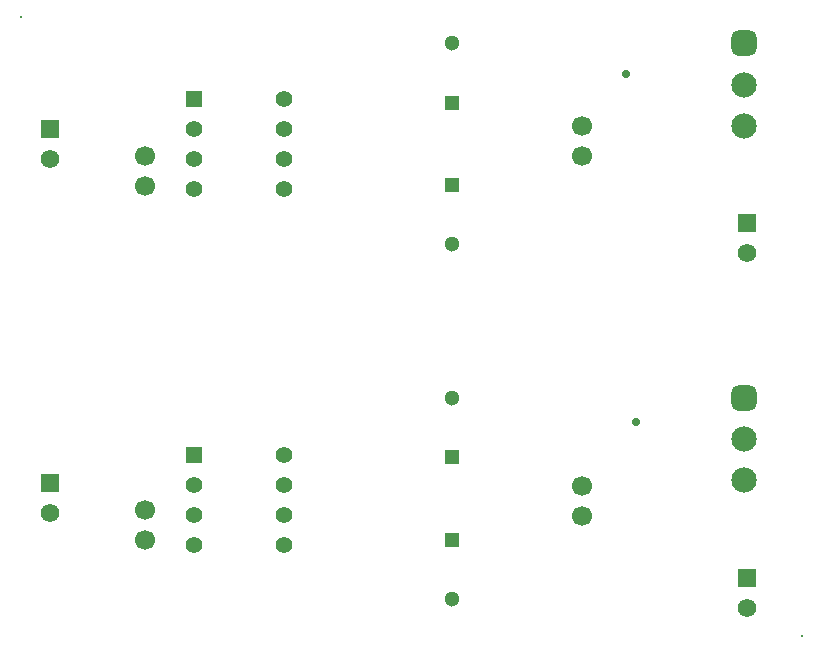
<source format=gbs>
G04*
G04 #@! TF.GenerationSoftware,Altium Limited,Altium Designer,23.1.1 (15)*
G04*
G04 Layer_Color=16711935*
%FSLAX42Y42*%
%MOMM*%
G71*
G04*
G04 #@! TF.SameCoordinates,2A6C1220-FB5B-44CC-9D41-84C089C77491*
G04*
G04*
G04 #@! TF.FilePolarity,Negative*
G04*
G01*
G75*
%ADD30C,0.20*%
%ADD31R,1.40X1.40*%
%ADD32C,1.40*%
%ADD33R,1.57X1.57*%
%ADD34R,1.30X1.30*%
%ADD35C,1.30*%
%ADD36C,2.15*%
G04:AMPARAMS|DCode=37|XSize=2.15mm|YSize=2.15mm|CornerRadius=0.59mm|HoleSize=0mm|Usage=FLASHONLY|Rotation=270.000|XOffset=0mm|YOffset=0mm|HoleType=Round|Shape=RoundedRectangle|*
%AMROUNDEDRECTD37*
21,1,2.15,0.98,0,0,270.0*
21,1,0.98,2.15,0,0,270.0*
1,1,1.18,-0.49,-0.49*
1,1,1.18,-0.49,0.49*
1,1,1.18,0.49,0.49*
1,1,1.18,0.49,-0.49*
%
%ADD37ROUNDEDRECTD37*%
%ADD38C,1.70*%
%ADD39C,1.57*%
%ADD40C,0.70*%
D30*
X250Y5475D02*
D03*
X6868Y231D02*
D03*
D31*
X1715Y1764D02*
D03*
X1719Y4781D02*
D03*
D32*
X1715Y1510D02*
D03*
Y1256D02*
D03*
Y1002D02*
D03*
X2477D02*
D03*
Y1256D02*
D03*
Y1510D02*
D03*
Y1764D02*
D03*
X2481Y4781D02*
D03*
Y4527D02*
D03*
Y4273D02*
D03*
Y4019D02*
D03*
X1719D02*
D03*
Y4273D02*
D03*
Y4527D02*
D03*
D33*
X500D02*
D03*
Y1527D02*
D03*
X6400Y727D02*
D03*
X6400Y3727D02*
D03*
D34*
X3900Y4050D02*
D03*
Y4750D02*
D03*
X3900Y1750D02*
D03*
Y1050D02*
D03*
D35*
X3900Y5250D02*
D03*
X3900Y2250D02*
D03*
Y550D02*
D03*
X3900Y3550D02*
D03*
D36*
X6370Y1550D02*
D03*
Y1900D02*
D03*
X6370Y4550D02*
D03*
Y4900D02*
D03*
D37*
X6370Y2250D02*
D03*
X6370Y5250D02*
D03*
D38*
X5000Y1246D02*
D03*
Y1500D02*
D03*
X1300Y1046D02*
D03*
Y1300D02*
D03*
X5000Y4300D02*
D03*
Y4554D02*
D03*
X1300Y4046D02*
D03*
Y4300D02*
D03*
D39*
X6400Y473D02*
D03*
X500Y1273D02*
D03*
Y4273D02*
D03*
X6400Y3473D02*
D03*
D40*
X5457Y2047D02*
D03*
X5375Y4988D02*
D03*
M02*

</source>
